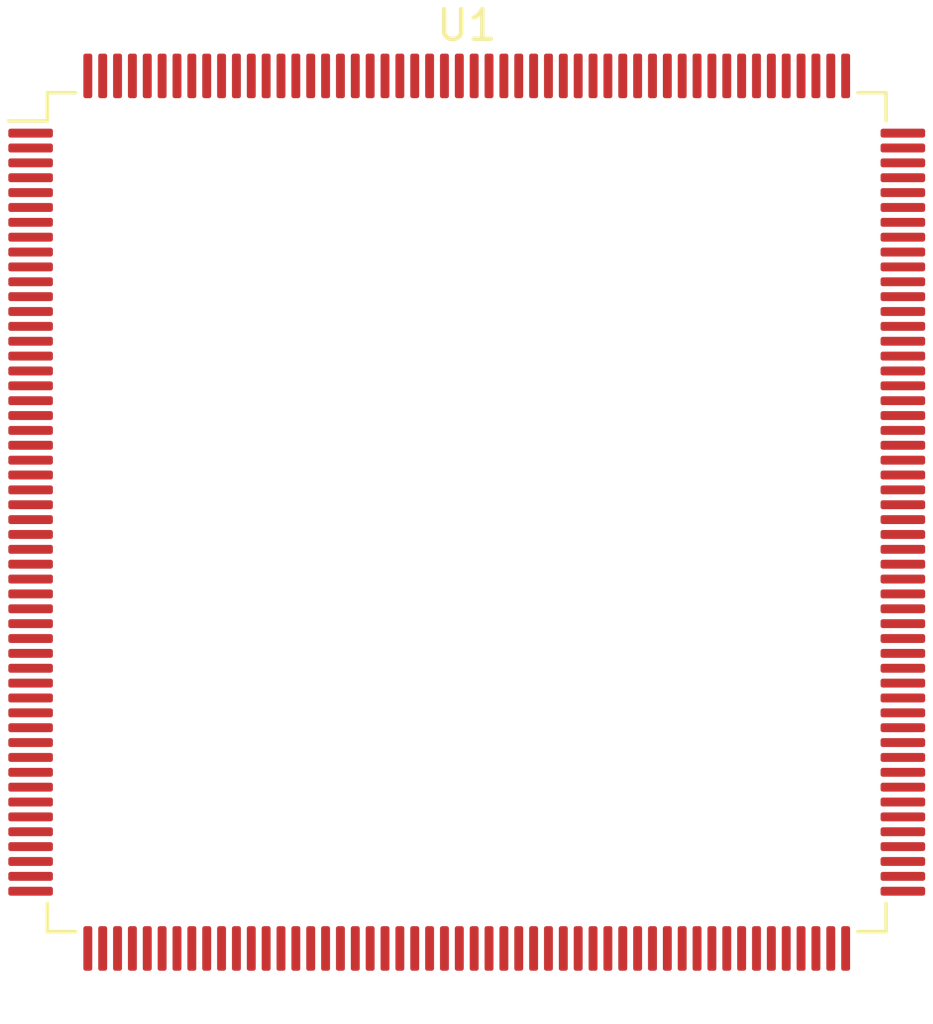
<source format=kicad_pcb>
(kicad_pcb (version 20221018) (generator pcbnew)
  (layers (0 "F.Cu" signal) (31 "B.Cu" signal) (34 "B.Paste" user) (35 "F.Paste" user) (36 "B.SilkS" user "B.Silkscreen") (37 "F.SilkS" user "F.Silkscreen") (38 "B.Mask" user) (39 "F.Mask" user) (44 "Edge.Cuts" user))
  (net 0 "")
  (net 14 "Net-(U1-VSS-Pad114)")
  (net 42 "Net-(U1-PA0)")
  (footprint "Package_QFP:LQFP-208_28x28mm_P0.5mm" (layer "F.Cu") (at 84.725 63.15)
    (fp_text reference "U1" (at 0 -16.38) (layer "F.SilkS"))
    (fp_text value "STM32F767BGTx")
    (fp_line (start -14.11 -14.11) (end -14.11 -13.16) (stroke (width 0.12)) (layer "F.SilkS"))
    (fp_line (start -14.11 -13.16) (end -15.425 -13.16) (stroke (width 0.12)) (layer "F.SilkS"))
    (fp_line (start -14.11 14.11) (end -14.11 13.16) (stroke (width 0.12)) (layer "F.SilkS"))
    (fp_line (start -13.16 -14.11) (end -14.11 -14.11) (stroke (width 0.12)) (layer "F.SilkS"))
    (fp_line (start -13.16 14.11) (end -14.11 14.11) (stroke (width 0.12)) (layer "F.SilkS"))
    (fp_line (start 13.16 -14.11) (end 14.11 -14.11) (stroke (width 0.12)) (layer "F.SilkS"))
    (fp_line (start 13.16 14.11) (end 14.11 14.11) (stroke (width 0.12)) (layer "F.SilkS"))
    (fp_line (start 14.11 -14.11) (end 14.11 -13.16) (stroke (width 0.12)) (layer "F.SilkS"))
    (fp_line (start 14.11 14.11) (end 14.11 13.16) (stroke (width 0.12)) (layer "F.SilkS"))
    (pad "1" smd roundrect (at -14.675 -12.75) (size 1.5 0.3) (layers "F.Cu" "F.Paste" "F.Mask"))
    (pad "2" smd roundrect (at -14.675 -12.25) (size 1.5 0.3) (layers "F.Cu" "F.Paste" "F.Mask"))
    (pad "3" smd roundrect (at -14.675 -11.75) (size 1.5 0.3) (layers "F.Cu" "F.Paste" "F.Mask"))
    (pad "4" smd roundrect (at -14.675 -11.25) (size 1.5 0.3) (layers "F.Cu" "F.Paste" "F.Mask"))
    (pad "5" smd roundrect (at -14.675 -10.75) (size 1.5 0.3) (layers "F.Cu" "F.Paste" "F.Mask"))
    (pad "6" smd roundrect (at -14.675 -10.25) (size 1.5 0.3) (layers "F.Cu" "F.Paste" "F.Mask"))
    (pad "7" smd roundrect (at -14.675 -9.75) (size 1.5 0.3) (layers "F.Cu" "F.Paste" "F.Mask"))
    (pad "8" smd roundrect (at -14.675 -9.25) (size 1.5 0.3) (layers "F.Cu" "F.Paste" "F.Mask"))
    (pad "9" smd roundrect (at -14.675 -8.75) (size 1.5 0.3) (layers "F.Cu" "F.Paste" "F.Mask"))
    (pad "10" smd roundrect (at -14.675 -8.25) (size 1.5 0.3) (layers "F.Cu" "F.Paste" "F.Mask"))
    (pad "11" smd roundrect (at -14.675 -7.75) (size 1.5 0.3) (layers "F.Cu" "F.Paste" "F.Mask"))
    (pad "12" smd roundrect (at -14.675 -7.25) (size 1.5 0.3) (layers "F.Cu" "F.Paste" "F.Mask"))
    (pad "13" smd roundrect (at -14.675 -6.75) (size 1.5 0.3) (layers "F.Cu" "F.Paste" "F.Mask"))
    (pad "14" smd roundrect (at -14.675 -6.25) (size 1.5 0.3) (layers "F.Cu" "F.Paste" "F.Mask") (net 14 "Net-(U1-VSS-Pad114)"))
    (pad "15" smd roundrect (at -14.675 -5.75) (size 1.5 0.3) (layers "F.Cu" "F.Paste" "F.Mask"))
    (pad "16" smd roundrect (at -14.675 -5.25) (size 1.5 0.3) (layers "F.Cu" "F.Paste" "F.Mask"))
    (pad "17" smd roundrect (at -14.675 -4.75) (size 1.5 0.3) (layers "F.Cu" "F.Paste" "F.Mask"))
    (pad "18" smd roundrect (at -14.675 -4.25) (size 1.5 0.3) (layers "F.Cu" "F.Paste" "F.Mask"))
    (pad "19" smd roundrect (at -14.675 -3.75) (size 1.5 0.3) (layers "F.Cu" "F.Paste" "F.Mask"))
    (pad "20" smd roundrect (at -14.675 -3.25) (size 1.5 0.3) (layers "F.Cu" "F.Paste" "F.Mask"))
    (pad "21" smd roundrect (at -14.675 -2.75) (size 1.5 0.3) (layers "F.Cu" "F.Paste" "F.Mask"))
    (pad "22" smd roundrect (at -14.675 -2.25) (size 1.5 0.3) (layers "F.Cu" "F.Paste" "F.Mask"))
    (pad "23" smd roundrect (at -14.675 -1.75) (size 1.5 0.3) (layers "F.Cu" "F.Paste" "F.Mask"))
    (pad "24" smd roundrect (at -14.675 -1.25) (size 1.5 0.3) (layers "F.Cu" "F.Paste" "F.Mask"))
    (pad "25" smd roundrect (at -14.675 -0.75) (size 1.5 0.3) (layers "F.Cu" "F.Paste" "F.Mask") (net 14 "Net-(U1-VSS-Pad114)"))
    (pad "26" smd roundrect (at -14.675 -0.25) (size 1.5 0.3) (layers "F.Cu" "F.Paste" "F.Mask"))
    (pad "27" smd roundrect (at -14.675 0.25) (size 1.5 0.3) (layers "F.Cu" "F.Paste" "F.Mask"))
    (pad "28" smd roundrect (at -14.675 0.75) (size 1.5 0.3) (layers "F.Cu" "F.Paste" "F.Mask"))
    (pad "29" smd roundrect (at -14.675 1.25) (size 1.5 0.3) (layers "F.Cu" "F.Paste" "F.Mask"))
    (pad "30" smd roundrect (at -14.675 1.75) (size 1.5 0.3) (layers "F.Cu" "F.Paste" "F.Mask"))
    (pad "31" smd roundrect (at -14.675 2.25) (size 1.5 0.3) (layers "F.Cu" "F.Paste" "F.Mask"))
    (pad "32" smd roundrect (at -14.675 2.75) (size 1.5 0.3) (layers "F.Cu" "F.Paste" "F.Mask"))
    (pad "33" smd roundrect (at -14.675 3.25) (size 1.5 0.3) (layers "F.Cu" "F.Paste" "F.Mask"))
    (pad "34" smd roundrect (at -14.675 3.75) (size 1.5 0.3) (layers "F.Cu" "F.Paste" "F.Mask"))
    (pad "35" smd roundrect (at -14.675 4.25) (size 1.5 0.3) (layers "F.Cu" "F.Paste" "F.Mask"))
    (pad "36" smd roundrect (at -14.675 4.75) (size 1.5 0.3) (layers "F.Cu" "F.Paste" "F.Mask"))
    (pad "37" smd roundrect (at -14.675 5.25) (size 1.5 0.3) (layers "F.Cu" "F.Paste" "F.Mask"))
    (pad "38" smd roundrect (at -14.675 5.75) (size 1.5 0.3) (layers "F.Cu" "F.Paste" "F.Mask"))
    (pad "39" smd roundrect (at -14.675 6.25) (size 1.5 0.3) (layers "F.Cu" "F.Paste" "F.Mask"))
    (pad "40" smd roundrect (at -14.675 6.75) (size 1.5 0.3) (layers "F.Cu" "F.Paste" "F.Mask"))
    (pad "41" smd roundrect (at -14.675 7.25) (size 1.5 0.3) (layers "F.Cu" "F.Paste" "F.Mask"))
    (pad "42" smd roundrect (at -14.675 7.75) (size 1.5 0.3) (layers "F.Cu" "F.Paste" "F.Mask"))
    (pad "43" smd roundrect (at -14.675 8.25) (size 1.5 0.3) (layers "F.Cu" "F.Paste" "F.Mask") (net 42 "Net-(U1-PA0)"))
    (pad "44" smd roundrect (at -14.675 8.75) (size 1.5 0.3) (layers "F.Cu" "F.Paste" "F.Mask") (net 42 "Net-(U1-PA0)"))
    (pad "45" smd roundrect (at -14.675 9.25) (size 1.5 0.3) (layers "F.Cu" "F.Paste" "F.Mask") (net 42 "Net-(U1-PA0)"))
    (pad "46" smd roundrect (at -14.675 9.75) (size 1.5 0.3) (layers "F.Cu" "F.Paste" "F.Mask"))
    (pad "47" smd roundrect (at -14.675 10.25) (size 1.5 0.3) (layers "F.Cu" "F.Paste" "F.Mask"))
    (pad "48" smd roundrect (at -14.675 10.75) (size 1.5 0.3) (layers "F.Cu" "F.Paste" "F.Mask"))
    (pad "49" smd roundrect (at -14.675 11.25) (size 1.5 0.3) (layers "F.Cu" "F.Paste" "F.Mask"))
    (pad "50" smd roundrect (at -14.675 11.75) (size 1.5 0.3) (layers "F.Cu" "F.Paste" "F.Mask") (net 42 "Net-(U1-PA0)"))
    (pad "51" smd roundrect (at -14.675 12.25) (size 1.5 0.3) (layers "F.Cu" "F.Paste" "F.Mask") (net 14 "Net-(U1-VSS-Pad114)"))
    (pad "52" smd roundrect (at -14.675 12.75) (size 1.5 0.3) (layers "F.Cu" "F.Paste" "F.Mask"))
    (pad "53" smd roundrect (at -12.75 14.675) (size 0.3 1.5) (layers "F.Cu" "F.Paste" "F.Mask") (net 42 "Net-(U1-PA0)"))
    (pad "54" smd roundrect (at -12.25 14.675) (size 0.3 1.5) (layers "F.Cu" "F.Paste" "F.Mask") (net 42 "Net-(U1-PA0)"))
    (pad "55" smd roundrect (at -11.75 14.675) (size 0.3 1.5) (layers "F.Cu" "F.Paste" "F.Mask") (net 42 "Net-(U1-PA0)"))
    (pad "56" smd roundrect (at -11.25 14.675) (size 0.3 1.5) (layers "F.Cu" "F.Paste" "F.Mask") (net 42 "Net-(U1-PA0)"))
    (pad "57" smd roundrect (at -10.75 14.675) (size 0.3 1.5) (layers "F.Cu" "F.Paste" "F.Mask"))
    (pad "58" smd roundrect (at -10.25 14.675) (size 0.3 1.5) (layers "F.Cu" "F.Paste" "F.Mask"))
    (pad "59" smd roundrect (at -9.75 14.675) (size 0.3 1.5) (layers "F.Cu" "F.Paste" "F.Mask"))
    (pad "60" smd roundrect (at -9.25 14.675) (size 0.3 1.5) (layers "F.Cu" "F.Paste" "F.Mask") (net 14 "Net-(U1-VSS-Pad114)"))
    (pad "61" smd roundrect (at -8.75 14.675) (size 0.3 1.5) (layers "F.Cu" "F.Paste" "F.Mask") (net 42 "Net-(U1-PA0)"))
    (pad "62" smd roundrect (at -8.25 14.675) (size 0.3 1.5) (layers "F.Cu" "F.Paste" "F.Mask") (net 42 "Net-(U1-PA0)"))
    (pad "63" smd roundrect (at -7.75 14.675) (size 0.3 1.5) (layers "F.Cu" "F.Paste" "F.Mask") (net 42 "Net-(U1-PA0)"))
    (pad "64" smd roundrect (at -7.25 14.675) (size 0.3 1.5) (layers "F.Cu" "F.Paste" "F.Mask"))
    (pad "65" smd roundrect (at -6.75 14.675) (size 0.3 1.5) (layers "F.Cu" "F.Paste" "F.Mask"))
    (pad "66" smd roundrect (at -6.25 14.675) (size 0.3 1.5) (layers "F.Cu" "F.Paste" "F.Mask"))
    (pad "67" smd roundrect (at -5.75 14.675) (size 0.3 1.5) (layers "F.Cu" "F.Paste" "F.Mask"))
    (pad "68" smd roundrect (at -5.25 14.675) (size 0.3 1.5) (layers "F.Cu" "F.Paste" "F.Mask"))
    (pad "69" smd roundrect (at -4.75 14.675) (size 0.3 1.5) (layers "F.Cu" "F.Paste" "F.Mask"))
    (pad "70" smd roundrect (at -4.25 14.675) (size 0.3 1.5) (layers "F.Cu" "F.Paste" "F.Mask"))
    (pad "71" smd roundrect (at -3.75 14.675) (size 0.3 1.5) (layers "F.Cu" "F.Paste" "F.Mask"))
    (pad "72" smd roundrect (at -3.25 14.675) (size 0.3 1.5) (layers "F.Cu" "F.Paste" "F.Mask") (net 14 "Net-(U1-VSS-Pad114)"))
    (pad "73" smd roundrect (at -2.75 14.675) (size 0.3 1.5) (layers "F.Cu" "F.Paste" "F.Mask"))
    (pad "74" smd roundrect (at -2.25 14.675) (size 0.3 1.5) (layers "F.Cu" "F.Paste" "F.Mask"))
    (pad "75" smd roundrect (at -1.75 14.675) (size 0.3 1.5) (layers "F.Cu" "F.Paste" "F.Mask"))
    (pad "76" smd roundrect (at -1.25 14.675) (size 0.3 1.5) (layers "F.Cu" "F.Paste" "F.Mask"))
    (pad "77" smd roundrect (at -0.75 14.675) (size 0.3 1.5) (layers "F.Cu" "F.Paste" "F.Mask"))
    (pad "78" smd roundrect (at -0.25 14.675) (size 0.3 1.5) (layers "F.Cu" "F.Paste" "F.Mask"))
    (pad "79" smd roundrect (at 0.25 14.675) (size 0.3 1.5) (layers "F.Cu" "F.Paste" "F.Mask"))
    (pad "80" smd roundrect (at 0.75 14.675) (size 0.3 1.5) (layers "F.Cu" "F.Paste" "F.Mask"))
    (pad "81" smd roundrect (at 1.25 14.675) (size 0.3 1.5) (layers "F.Cu" "F.Paste" "F.Mask"))
    (pad "82" smd roundrect (at 1.75 14.675) (size 0.3 1.5) (layers "F.Cu" "F.Paste" "F.Mask") (net 14 "Net-(U1-VSS-Pad114)"))
    (pad "83" smd roundrect (at 2.25 14.675) (size 0.3 1.5) (layers "F.Cu" "F.Paste" "F.Mask"))
    (pad "84" smd roundrect (at 2.75 14.675) (size 0.3 1.5) (layers "F.Cu" "F.Paste" "F.Mask"))
    (pad "85" smd roundrect (at 3.25 14.675) (size 0.3 1.5) (layers "F.Cu" "F.Paste" "F.Mask"))
    (pad "86" smd roundrect (at 3.75 14.675) (size 0.3 1.5) (layers "F.Cu" "F.Paste" "F.Mask"))
    (pad "87" smd roundrect (at 4.25 14.675) (size 0.3 1.5) (layers "F.Cu" "F.Paste" "F.Mask"))
    (pad "88" smd roundrect (at 4.75 14.675) (size 0.3 1.5) (layers "F.Cu" "F.Paste" "F.Mask"))
    (pad "89" smd roundrect (at 5.25 14.675) (size 0.3 1.5) (layers "F.Cu" "F.Paste" "F.Mask"))
    (pad "90" smd roundrect (at 5.75 14.675) (size 0.3 1.5) (layers "F.Cu" "F.Paste" "F.Mask"))
    (pad "91" smd roundrect (at 6.25 14.675) (size 0.3 1.5) (layers "F.Cu" "F.Paste" "F.Mask"))
    (pad "92" smd roundrect (at 6.75 14.675) (size 0.3 1.5) (layers "F.Cu" "F.Paste" "F.Mask"))
    (pad "93" smd roundrect (at 7.25 14.675) (size 0.3 1.5) (layers "F.Cu" "F.Paste" "F.Mask") (net 14 "Net-(U1-VSS-Pad114)"))
    (pad "94" smd roundrect (at 7.75 14.675) (size 0.3 1.5) (layers "F.Cu" "F.Paste" "F.Mask"))
    (pad "95" smd roundrect (at 8.25 14.675) (size 0.3 1.5) (layers "F.Cu" "F.Paste" "F.Mask"))
    (pad "96" smd roundrect (at 8.75 14.675) (size 0.3 1.5) (layers "F.Cu" "F.Paste" "F.Mask"))
    (pad "97" smd roundrect (at 9.25 14.675) (size 0.3 1.5) (layers "F.Cu" "F.Paste" "F.Mask"))
    (pad "98" smd roundrect (at 9.75 14.675) (size 0.3 1.5) (layers "F.Cu" "F.Paste" "F.Mask"))
    (pad "99" smd roundrect (at 10.25 14.675) (size 0.3 1.5) (layers "F.Cu" "F.Paste" "F.Mask"))
    (pad "100" smd roundrect (at 10.75 14.675) (size 0.3 1.5) (layers "F.Cu" "F.Paste" "F.Mask"))
    (pad "101" smd roundrect (at 11.25 14.675) (size 0.3 1.5) (layers "F.Cu" "F.Paste" "F.Mask"))
    (pad "102" smd roundrect (at 11.75 14.675) (size 0.3 1.5) (layers "F.Cu" "F.Paste" "F.Mask"))
    (pad "103" smd roundrect (at 12.25 14.675) (size 0.3 1.5) (layers "F.Cu" "F.Paste" "F.Mask"))
    (pad "104" smd roundrect (at 12.75 14.675) (size 0.3 1.5) (layers "F.Cu" "F.Paste" "F.Mask"))
    (pad "105" smd roundrect (at 14.675 12.75) (size 1.5 0.3) (layers "F.Cu" "F.Paste" "F.Mask"))
    (pad "106" smd roundrect (at 14.675 12.25) (size 1.5 0.3) (layers "F.Cu" "F.Paste" "F.Mask"))
    (pad "107" smd roundrect (at 14.675 11.75) (size 1.5 0.3) (layers "F.Cu" "F.Paste" "F.Mask"))
    (pad "108" smd roundrect (at 14.675 11.25) (size 1.5 0.3) (layers "F.Cu" "F.Paste" "F.Mask"))
    (pad "109" smd roundrect (at 14.675 10.75) (size 1.5 0.3) (layers "F.Cu" "F.Paste" "F.Mask"))
    (pad "110" smd roundrect (at 14.675 10.25) (size 1.5 0.3) (layers "F.Cu" "F.Paste" "F.Mask"))
    (pad "111" smd roundrect (at 14.675 9.75) (size 1.5 0.3) (layers "F.Cu" "F.Paste" "F.Mask"))
    (pad "112" smd roundrect (at 14.675 9.25) (size 1.5 0.3) (layers "F.Cu" "F.Paste" "F.Mask"))
    (pad "113" smd roundrect (at 14.675 8.75) (size 1.5 0.3) (layers "F.Cu" "F.Paste" "F.Mask"))
    (pad "114" smd roundrect (at 14.675 8.25) (size 1.5 0.3) (layers "F.Cu" "F.Paste" "F.Mask") (net 14 "Net-(U1-VSS-Pad114)"))
    (pad "115" smd roundrect (at 14.675 7.75) (size 1.5 0.3) (layers "F.Cu" "F.Paste" "F.Mask"))
    (pad "116" smd roundrect (at 14.675 7.25) (size 1.5 0.3) (layers "F.Cu" "F.Paste" "F.Mask"))
    (pad "117" smd roundrect (at 14.675 6.75) (size 1.5 0.3) (layers "F.Cu" "F.Paste" "F.Mask"))
    (pad "118" smd roundrect (at 14.675 6.25) (size 1.5 0.3) (layers "F.Cu" "F.Paste" "F.Mask"))
    (pad "119" smd roundrect (at 14.675 5.75) (size 1.5 0.3) (layers "F.Cu" "F.Paste" "F.Mask"))
    (pad "120" smd roundrect (at 14.675 5.25) (size 1.5 0.3) (layers "F.Cu" "F.Paste" "F.Mask"))
    (pad "121" smd roundrect (at 14.675 4.75) (size 1.5 0.3) (layers "F.Cu" "F.Paste" "F.Mask"))
    (pad "122" smd roundrect (at 14.675 4.25) (size 1.5 0.3) (layers "F.Cu" "F.Paste" "F.Mask"))
    (pad "123" smd roundrect (at 14.675 3.75) (size 1.5 0.3) (layers "F.Cu" "F.Paste" "F.Mask"))
    (pad "124" smd roundrect (at 14.675 3.25) (size 1.5 0.3) (layers "F.Cu" "F.Paste" "F.Mask"))
    (pad "125" smd roundrect (at 14.675 2.75) (size 1.5 0.3) (layers "F.Cu" "F.Paste" "F.Mask") (net 14 "Net-(U1-VSS-Pad114)"))
    (pad "126" smd roundrect (at 14.675 2.25) (size 1.5 0.3) (layers "F.Cu" "F.Paste" "F.Mask"))
    (pad "127" smd roundrect (at 14.675 1.75) (size 1.5 0.3) (layers "F.Cu" "F.Paste" "F.Mask"))
    (pad "128" smd roundrect (at 14.675 1.25) (size 1.5 0.3) (layers "F.Cu" "F.Paste" "F.Mask"))
    (pad "129" smd roundrect (at 14.675 0.75) (size 1.5 0.3) (layers "F.Cu" "F.Paste" "F.Mask"))
    (pad "130" smd roundrect (at 14.675 0.25) (size 1.5 0.3) (layers "F.Cu" "F.Paste" "F.Mask"))
    (pad "131" smd roundrect (at 14.675 -0.25) (size 1.5 0.3) (layers "F.Cu" "F.Paste" "F.Mask"))
    (pad "132" smd roundrect (at 14.675 -0.75) (size 1.5 0.3) (layers "F.Cu" "F.Paste" "F.Mask"))
    (pad "133" smd roundrect (at 14.675 -1.25) (size 1.5 0.3) (layers "F.Cu" "F.Paste" "F.Mask"))
    (pad "134" smd roundrect (at 14.675 -1.75) (size 1.5 0.3) (layers "F.Cu" "F.Paste" "F.Mask"))
    (pad "135" smd roundrect (at 14.675 -2.25) (size 1.5 0.3) (layers "F.Cu" "F.Paste" "F.Mask"))
    (pad "136" smd roundrect (at 14.675 -2.75) (size 1.5 0.3) (layers "F.Cu" "F.Paste" "F.Mask") (net 14 "Net-(U1-VSS-Pad114)"))
    (pad "137" smd roundrect (at 14.675 -3.25) (size 1.5 0.3) (layers "F.Cu" "F.Paste" "F.Mask"))
    (pad "138" smd roundrect (at 14.675 -3.75) (size 1.5 0.3) (layers "F.Cu" "F.Paste" "F.Mask"))
    (pad "139" smd roundrect (at 14.675 -4.25) (size 1.5 0.3) (layers "F.Cu" "F.Paste" "F.Mask"))
    (pad "140" smd roundrect (at 14.675 -4.75) (size 1.5 0.3) (layers "F.Cu" "F.Paste" "F.Mask"))
    (pad "141" smd roundrect (at 14.675 -5.25) (size 1.5 0.3) (layers "F.Cu" "F.Paste" "F.Mask"))
    (pad "142" smd roundrect (at 14.675 -5.75) (size 1.5 0.3) (layers "F.Cu" "F.Paste" "F.Mask") (net 42 "Net-(U1-PA0)"))
    (pad "143" smd roundrect (at 14.675 -6.25) (size 1.5 0.3) (layers "F.Cu" "F.Paste" "F.Mask") (net 42 "Net-(U1-PA0)"))
    (pad "144" smd roundrect (at 14.675 -6.75) (size 1.5 0.3) (layers "F.Cu" "F.Paste" "F.Mask") (net 42 "Net-(U1-PA0)"))
    (pad "145" smd roundrect (at 14.675 -7.25) (size 1.5 0.3) (layers "F.Cu" "F.Paste" "F.Mask") (net 42 "Net-(U1-PA0)"))
    (pad "146" smd roundrect (at 14.675 -7.75) (size 1.5 0.3) (layers "F.Cu" "F.Paste" "F.Mask") (net 42 "Net-(U1-PA0)"))
    (pad "147" smd roundrect (at 14.675 -8.25) (size 1.5 0.3) (layers "F.Cu" "F.Paste" "F.Mask") (net 42 "Net-(U1-PA0)"))
    (pad "148" smd roundrect (at 14.675 -8.75) (size 1.5 0.3) (layers "F.Cu" "F.Paste" "F.Mask"))
    (pad "149" smd roundrect (at 14.675 -9.25) (size 1.5 0.3) (layers "F.Cu" "F.Paste" "F.Mask") (net 14 "Net-(U1-VSS-Pad114)"))
    (pad "150" smd roundrect (at 14.675 -9.75) (size 1.5 0.3) (layers "F.Cu" "F.Paste" "F.Mask"))
    (pad "151" smd roundrect (at 14.675 -10.25) (size 1.5 0.3) (layers "F.Cu" "F.Paste" "F.Mask"))
    (pad "152" smd roundrect (at 14.675 -10.75) (size 1.5 0.3) (layers "F.Cu" "F.Paste" "F.Mask"))
    (pad "153" smd roundrect (at 14.675 -11.25) (size 1.5 0.3) (layers "F.Cu" "F.Paste" "F.Mask"))
    (pad "154" smd roundrect (at 14.675 -11.75) (size 1.5 0.3) (layers "F.Cu" "F.Paste" "F.Mask"))
    (pad "155" smd roundrect (at 14.675 -12.25) (size 1.5 0.3) (layers "F.Cu" "F.Paste" "F.Mask"))
    (pad "156" smd roundrect (at 14.675 -12.75) (size 1.5 0.3) (layers "F.Cu" "F.Paste" "F.Mask"))
    (pad "157" smd roundrect (at 12.75 -14.675) (size 0.3 1.5) (layers "F.Cu" "F.Paste" "F.Mask"))
    (pad "158" smd roundrect (at 12.25 -14.675) (size 0.3 1.5) (layers "F.Cu" "F.Paste" "F.Mask"))
    (pad "159" smd roundrect (at 11.75 -14.675) (size 0.3 1.5) (layers "F.Cu" "F.Paste" "F.Mask") (net 42 "Net-(U1-PA0)"))
    (pad "160" smd roundrect (at 11.25 -14.675) (size 0.3 1.5) (layers "F.Cu" "F.Paste" "F.Mask") (net 42 "Net-(U1-PA0)"))
    (pad "161" smd roundrect (at 10.75 -14.675) (size 0.3 1.5) (layers "F.Cu" "F.Paste" "F.Mask"))
    (pad "162" smd roundrect (at 10.25 -14.675) (size 0.3 1.5) (layers "F.Cu" "F.Paste" "F.Mask"))
    (pad "163" smd roundrect (at 9.75 -14.675) (size 0.3 1.5) (layers "F.Cu" "F.Paste" "F.Mask"))
    (pad "164" smd roundrect (at 9.25 -14.675) (size 0.3 1.5) (layers "F.Cu" "F.Paste" "F.Mask"))
    (pad "165" smd roundrect (at 8.75 -14.675) (size 0.3 1.5) (layers "F.Cu" "F.Paste" "F.Mask"))
    (pad "166" smd roundrect (at 8.25 -14.675) (size 0.3 1.5) (layers "F.Cu" "F.Paste" "F.Mask"))
    (pad "167" smd roundrect (at 7.75 -14.675) (size 0.3 1.5) (layers "F.Cu" "F.Paste" "F.Mask"))
    (pad "168" smd roundrect (at 7.25 -14.675) (size 0.3 1.5) (layers "F.Cu" "F.Paste" "F.Mask"))
    (pad "169" smd roundrect (at 6.75 -14.675) (size 0.3 1.5) (layers "F.Cu" "F.Paste" "F.Mask"))
    (pad "170" smd roundrect (at 6.25 -14.675) (size 0.3 1.5) (layers "F.Cu" "F.Paste" "F.Mask") (net 14 "Net-(U1-VSS-Pad114)"))
    (pad "171" smd roundrect (at 5.75 -14.675) (size 0.3 1.5) (layers "F.Cu" "F.Paste" "F.Mask"))
    (pad "172" smd roundrect (at 5.25 -14.675) (size 0.3 1.5) (layers "F.Cu" "F.Paste" "F.Mask"))
    (pad "173" smd roundrect (at 4.75 -14.675) (size 0.3 1.5) (layers "F.Cu" "F.Paste" "F.Mask"))
    (pad "174" smd roundrect (at 4.25 -14.675) (size 0.3 1.5) (layers "F.Cu" "F.Paste" "F.Mask"))
    (pad "175" smd roundrect (at 3.75 -14.675) (size 0.3 1.5) (layers "F.Cu" "F.Paste" "F.Mask"))
    (pad "176" smd roundrect (at 3.25 -14.675) (size 0.3 1.5) (layers "F.Cu" "F.Paste" "F.Mask"))
    (pad "177" smd roundrect (at 2.75 -14.675) (size 0.3 1.5) (layers "F.Cu" "F.Paste" "F.Mask"))
    (pad "178" smd roundrect (at 2.25 -14.675) (size 0.3 1.5) (layers "F.Cu" "F.Paste" "F.Mask"))
    (pad "179" smd roundrect (at 1.75 -14.675) (size 0.3 1.5) (layers "F.Cu" "F.Paste" "F.Mask"))
    (pad "180" smd roundrect (at 1.25 -14.675) (size 0.3 1.5) (layers "F.Cu" "F.Paste" "F.Mask"))
    (pad "181" smd roundrect (at 0.75 -14.675) (size 0.3 1.5) (layers "F.Cu" "F.Paste" "F.Mask"))
    (pad "182" smd roundrect (at 0.25 -14.675) (size 0.3 1.5) (layers "F.Cu" "F.Paste" "F.Mask"))
    (pad "183" smd roundrect (at -0.25 -14.675) (size 0.3 1.5) (layers "F.Cu" "F.Paste" "F.Mask"))
    (pad "184" smd roundrect (at -0.75 -14.675) (size 0.3 1.5) (layers "F.Cu" "F.Paste" "F.Mask") (net 14 "Net-(U1-VSS-Pad114)"))
    (pad "185" smd roundrect (at -1.25 -14.675) (size 0.3 1.5) (layers "F.Cu" "F.Paste" "F.Mask"))
    (pad "186" smd roundrect (at -1.75 -14.675) (size 0.3 1.5) (layers "F.Cu" "F.Paste" "F.Mask"))
    (pad "187" smd roundrect (at -2.25 -14.675) (size 0.3 1.5) (layers "F.Cu" "F.Paste" "F.Mask"))
    (pad "188" smd roundrect (at -2.75 -14.675) (size 0.3 1.5) (layers "F.Cu" "F.Paste" "F.Mask"))
    (pad "189" smd roundrect (at -3.25 -14.675) (size 0.3 1.5) (layers "F.Cu" "F.Paste" "F.Mask"))
    (pad "190" smd roundrect (at -3.75 -14.675) (size 0.3 1.5) (layers "F.Cu" "F.Paste" "F.Mask"))
    (pad "191" smd roundrect (at -4.25 -14.675) (size 0.3 1.5) (layers "F.Cu" "F.Paste" "F.Mask"))
    (pad "192" smd roundrect (at -4.75 -14.675) (size 0.3 1.5) (layers "F.Cu" "F.Paste" "F.Mask"))
    (pad "193" smd roundrect (at -5.25 -14.675) (size 0.3 1.5) (layers "F.Cu" "F.Paste" "F.Mask"))
    (pad "194" smd roundrect (at -5.75 -14.675) (size 0.3 1.5) (layers "F.Cu" "F.Paste" "F.Mask"))
    (pad "195" smd roundrect (at -6.25 -14.675) (size 0.3 1.5) (layers "F.Cu" "F.Paste" "F.Mask"))
    (pad "196" smd roundrect (at -6.75 -14.675) (size 0.3 1.5) (layers "F.Cu" "F.Paste" "F.Mask"))
    (pad "197" smd roundrect (at -7.25 -14.675) (size 0.3 1.5) (layers "F.Cu" "F.Paste" "F.Mask"))
    (pad "198" smd roundrect (at -7.75 -14.675) (size 0.3 1.5) (layers "F.Cu" "F.Paste" "F.Mask"))
    (pad "199" smd roundrect (at -8.25 -14.675) (size 0.3 1.5) (layers "F.Cu" "F.Paste" "F.Mask"))
    (pad "200" smd roundrect (at -8.75 -14.675) (size 0.3 1.5) (layers "F.Cu" "F.Paste" "F.Mask"))
    (pad "201" smd roundrect (at -9.25 -14.675) (size 0.3 1.5) (layers "F.Cu" "F.Paste" "F.Mask"))
    (pad "202" smd roundrect (at -9.75 -14.675) (size 0.3 1.5) (layers "F.Cu" "F.Paste" "F.Mask") (net 14 "Net-(U1-VSS-Pad114)"))
    (pad "203" smd roundrect (at -10.25 -14.675) (size 0.3 1.5) (layers "F.Cu" "F.Paste" "F.Mask"))
    (pad "204" smd roundrect (at -10.75 -14.675) (size 0.3 1.5) (layers "F.Cu" "F.Paste" "F.Mask"))
    (pad "205" smd roundrect (at -11.25 -14.675) (size 0.3 1.5) (layers "F.Cu" "F.Paste" "F.Mask"))
    (pad "206" smd roundrect (at -11.75 -14.675) (size 0.3 1.5) (layers "F.Cu" "F.Paste" "F.Mask"))
    (pad "207" smd roundrect (at -12.25 -14.675) (size 0.3 1.5) (layers "F.Cu" "F.Paste" "F.Mask"))
    (pad "208" smd roundrect (at -12.75 -14.675) (size 0.3 1.5) (layers "F.Cu" "F.Paste" "F.Mask"))
  )
)
</source>
